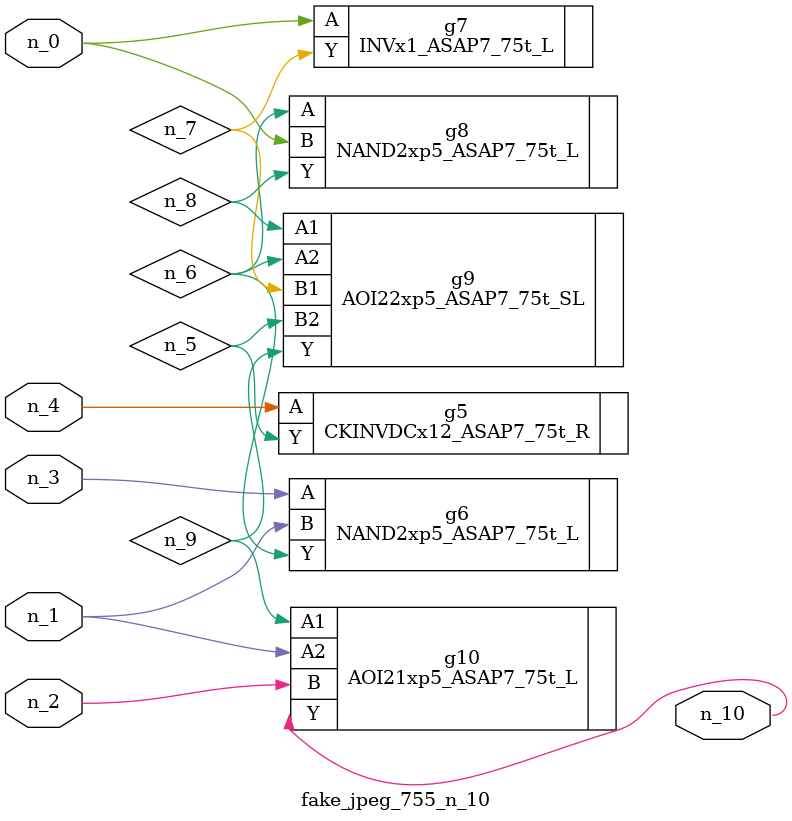
<source format=v>
module fake_jpeg_755_n_10 (n_3, n_2, n_1, n_0, n_4, n_10);

input n_3;
input n_2;
input n_1;
input n_0;
input n_4;

output n_10;

wire n_8;
wire n_9;
wire n_6;
wire n_5;
wire n_7;

CKINVDCx12_ASAP7_75t_R g5 ( 
.A(n_4),
.Y(n_5)
);

NAND2xp5_ASAP7_75t_L g6 ( 
.A(n_3),
.B(n_1),
.Y(n_6)
);

INVx1_ASAP7_75t_L g7 ( 
.A(n_0),
.Y(n_7)
);

NAND2xp5_ASAP7_75t_L g8 ( 
.A(n_6),
.B(n_0),
.Y(n_8)
);

AOI22xp5_ASAP7_75t_SL g9 ( 
.A1(n_8),
.A2(n_6),
.B1(n_7),
.B2(n_5),
.Y(n_9)
);

AOI21xp5_ASAP7_75t_L g10 ( 
.A1(n_9),
.A2(n_1),
.B(n_2),
.Y(n_10)
);


endmodule
</source>
